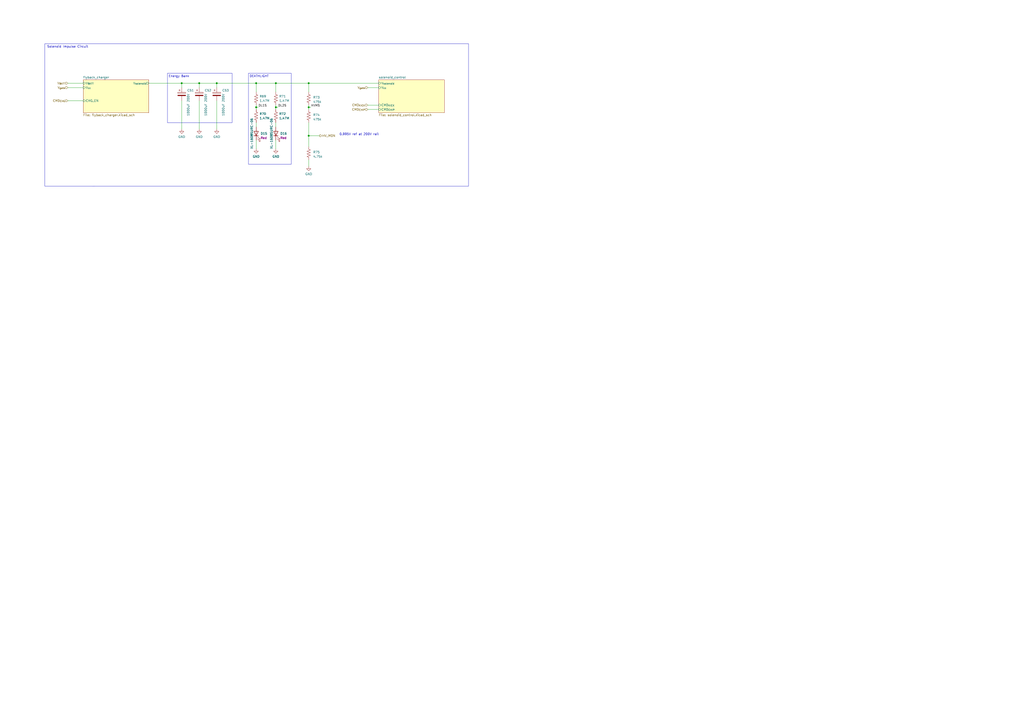
<source format=kicad_sch>
(kicad_sch (version 20230121) (generator eeschema)
  (paper "A2")
  (title_block (title "Kicker") (date "2024-06-10") (rev "3.1") (company "The A-Team (RC SSL)") (comment 1 "W. Stuckey"))
  (lib_symbols
    (symbol "Device:C_Polarized" (pin_numbers hide) (pin_names (offset 0.254))
      (property "Reference" "C" (at 0.635 2.54 0))
      (property "Value" "C_Polarized" (at 0.635 -2.54 0))
      (symbol "C_Polarized_0_1"
        (rectangle (start -2.286 0.508) (end 2.286 1.016))
        (polyline (pts (xy -1.778 2.286) (xy -0.762 2.286)))
        (polyline (pts (xy -1.27 2.794) (xy -1.27 1.778)))
        (rectangle (start 2.286 -0.508) (end -2.286 -1.016) (fill (type outline)))
      )
      (symbol "C_Polarized_1_1"
        (pin passive line (at 0 3.81 270) (length 2.794) (name "~") (number "1"))
        (pin passive line (at 0 -3.81 90) (length 2.794) (name "~") (number "2"))
      )
    )
    (symbol "Device:LED" (pin_numbers hide) (pin_names (offset 1.016) hide)
      (property "Reference" "D" (at 0 2.54 0))
      (property "Value" "LED" (at 0 -2.54 0))
      (symbol "LED_0_1"
        (polyline (pts (xy -1.27 -1.27) (xy -1.27 1.27)) (stroke (width 0.254)))
        (polyline (pts (xy -1.27 0) (xy 1.27 0)))
        (polyline (pts (xy 1.27 -1.27) (xy 1.27 1.27) (xy -1.27 0) (xy 1.27 -1.27)) (stroke (width 0.254)))
        (polyline (pts (xy -3.048 -0.762) (xy -4.572 -2.286) (xy -3.81 -2.286) (xy -4.572 -2.286) (xy -4.572 -1.524)))
        (polyline (pts (xy -1.778 -0.762) (xy -3.302 -2.286) (xy -2.54 -2.286) (xy -3.302 -2.286) (xy -3.302 -1.524)))
      )
      (symbol "LED_1_1"
        (pin passive line (at -3.81 0 0) (length 2.54) (name "K") (number "1"))
        (pin passive line (at 3.81 0 180) (length 2.54) (name "A") (number "2"))
      )
    )
    (symbol "Device:R_US" (pin_numbers hide) (pin_names (offset 0))
      (property "Reference" "R" (at 2.54 0 90))
      (property "Value" "R_US" (at -2.54 0 90))
      (symbol "R_US_0_1"
        (polyline (pts (xy 0 -2.286) (xy 0 -2.54)))
        (polyline (pts (xy 0 2.286) (xy 0 2.54)))
        (polyline (pts (xy 0 -0.762) (xy 1.016 -1.143) (xy 0 -1.524) (xy -1.016 -1.905) (xy 0 -2.286)))
        (polyline (pts (xy 0 0.762) (xy 1.016 0.381) (xy 0 0) (xy -1.016 -0.381) (xy 0 -0.762)))
        (polyline (pts (xy 0 2.286) (xy 1.016 1.905) (xy 0 1.524) (xy -1.016 1.143) (xy 0 0.762)))
      )
      (symbol "R_US_1_1"
        (pin passive line (at 0 3.81 270) (length 1.27) (name "~") (number "1"))
        (pin passive line (at 0 -3.81 90) (length 1.27) (name "~") (number "2"))
      )
    )
    (symbol "power:GND" (power) (pin_names (offset 0))
      (property "Value" "GND" (at 0 -3.81 0))
      (symbol "GND_0_1"
        (polyline (pts (xy 0 0) (xy 0 -1.27) (xy 1.27 -1.27) (xy 0 -2.54) (xy -1.27 -1.27) (xy 0 -1.27)))
      )
      (symbol "GND_1_1"
        (pin power_in line (at 0 0 270) (length 0) hide (name "GND") (number "1"))
      )
    )
  )
  (junction (at 179.07 78.74))
  (junction (at 105.41 48.26))
  (junction (at 148.59 48.26))
  (junction (at 125.73 48.26))
  (junction (at 160.02 48.26))
  (junction (at 160.02 62.23))
  (junction (at 148.59 62.23))
  (junction (at 179.07 48.26))
  (junction (at 179.07 62.23))
  (junction (at 115.57 48.26))
  (polyline (pts (xy 168.91 42.545) (xy 168.91 95.25)))
  (wire (pts (xy 179.07 78.74) (xy 185.42 78.74)))
  (wire (pts (xy 39.37 48.26) (xy 48.26 48.26)))
  (wire (pts (xy 148.59 62.23) (xy 149.86 62.23)))
  (wire (pts (xy 160.02 62.23) (xy 161.29 62.23)))
  (wire (pts (xy 105.41 48.26) (xy 105.41 50.8)))
  (wire (pts (xy 179.07 92.71) (xy 179.07 96.52)))
  (wire (pts (xy 160.02 71.12) (xy 160.02 73.66)))
  (wire (pts (xy 179.07 62.23) (xy 179.07 63.5)))
  (wire (pts (xy 39.37 50.8) (xy 48.26 50.8)))
  (wire (pts (xy 115.57 48.26) (xy 115.57 50.8)))
  (polyline (pts (xy 26.035 107.95) (xy 26.035 25.4)))
  (polyline (pts (xy 271.78 107.95) (xy 54.61 107.95)))
  (wire (pts (xy 213.36 50.8) (xy 219.71 50.8)))
  (wire (pts (xy 148.59 62.23) (xy 148.59 63.5)))
  (wire (pts (xy 105.41 58.42) (xy 105.41 74.93)))
  (wire (pts (xy 148.59 71.12) (xy 148.59 73.66)))
  (polyline (pts (xy 144.145 42.545) (xy 144.145 95.25)))
  (polyline (pts (xy 144.145 42.545) (xy 168.91 42.545)))
  (wire (pts (xy 148.59 60.96) (xy 148.59 62.23)))
  (wire (pts (xy 39.37 58.42) (xy 48.26 58.42)))
  (wire (pts (xy 179.07 71.12) (xy 179.07 78.74)))
  (polyline (pts (xy 168.91 95.25) (xy 144.145 95.25)))
  (wire (pts (xy 179.07 78.74) (xy 179.07 85.09)))
  (wire (pts (xy 148.59 53.34) (xy 148.59 48.26)))
  (wire (pts (xy 115.57 48.26) (xy 125.73 48.26)))
  (wire (pts (xy 179.07 62.23) (xy 180.34 62.23)))
  (wire (pts (xy 125.73 48.26) (xy 148.59 48.26)))
  (wire (pts (xy 213.36 63.5) (xy 219.71 63.5)))
  (polyline (pts (xy 97.155 42.545) (xy 134.62 42.545)))
  (polyline (pts (xy 97.155 42.545) (xy 97.155 71.12)))
  (wire (pts (xy 160.02 81.28) (xy 160.02 86.36)))
  (wire (pts (xy 160.02 60.96) (xy 160.02 62.23)))
  (polyline (pts (xy 53.975 107.95) (xy 26.035 107.95)))
  (polyline (pts (xy 97.155 71.12) (xy 134.62 71.12)))
  (wire (pts (xy 213.36 60.96) (xy 219.71 60.96)))
  (wire (pts (xy 115.57 58.42) (xy 115.57 74.93)))
  (wire (pts (xy 105.41 48.26) (xy 115.57 48.26)))
  (wire (pts (xy 125.73 48.26) (xy 125.73 50.8)))
  (wire (pts (xy 148.59 48.26) (xy 160.02 48.26)))
  (wire (pts (xy 160.02 62.23) (xy 160.02 63.5)))
  (polyline (pts (xy 134.62 71.12) (xy 134.62 42.545)))
  (wire (pts (xy 86.36 48.26) (xy 105.41 48.26)))
  (wire (pts (xy 148.59 81.28) (xy 148.59 86.36)))
  (wire (pts (xy 179.07 53.34) (xy 179.07 48.26)))
  (polyline (pts (xy 54.61 107.95) (xy 53.975 107.95)))
  (polyline (pts (xy 271.78 25.4) (xy 271.78 107.95)))
  (wire (pts (xy 125.73 58.42) (xy 125.73 74.93)))
  (wire (pts (xy 179.07 60.96) (xy 179.07 62.23)))
  (polyline (pts (xy 26.035 25.4) (xy 271.78 25.4)))
  (wire (pts (xy 160.02 48.26) (xy 179.07 48.26)))
  (wire (pts (xy 179.07 48.26) (xy 219.71 48.26)))
  (wire (pts (xy 160.02 53.34) (xy 160.02 48.26)))
  (text "0.995V ref at 200V rail" (at 196.85 78.74 0) (effects (font (size 1.27 1.27)) (justify left bottom)))
  (text "Solenoid Impulse Circuit" (at 27.305 27.94 0) (effects (font (size 1.27 1.27)) (justify left bottom)))
  (text "DEATHLIGHT" (at 144.78 45.085 0) (effects (font (size 1.27 1.27)) (justify left bottom)))
  (text "Energy Bank" (at 97.79 45.085 0) (effects (font (size 1.27 1.27)) (justify left bottom)))
  (label "DL2S" (at 161.29 62.23 0))
  (label "HVMS" (at 180.34 62.23 0))
  (label "DL1S" (at 149.86 62.23 0))
  (hierarchical_label "CMD_{CHG}" (shape input) (at 39.37 58.42 180))
  (hierarchical_label "V_{gate}" (shape input) (at 39.37 50.8 180))
  (hierarchical_label "CMD_{CHIP}" (shape input) (at 213.36 63.5 180))
  (hierarchical_label "CMD_{KICK}" (shape input) (at 213.36 60.96 180))
  (hierarchical_label "V_{BATT}" (shape input) (at 39.37 48.26 180))
  (hierarchical_label "HV_MON" (shape output) (at 185.42 78.74 0))
  (hierarchical_label "V_{gate}" (shape input) (at 213.36 50.8 180))
  (symbol (lib_id "Device:C_Polarized") (at 105.41 54.61 0) (unit 1)
    (property "Reference" "C51" (at 108.585 52.4509 0) (effects (justify left)))
    (property "Value" "1000uF 200V" (at 109.22 67.31 90) (effects (justify left)))
    (property "Footprint" "Capacitor_THT:CP_Radial_D25.0mm_P10.00mm_SnapIn" (effects hide))
    (instances (project "kicker" (path "" (reference "C51") (unit 1))) (project "kicker" (path "" (reference "C6") (unit 1))))
  )
  (symbol (lib_id "Device:R_US") (at 160.02 57.15 0) (unit 1)
    (property "Reference" "R71" (at 161.925 55.8799 0) (effects (justify left)))
    (property "Value" "1.47M" (at 161.925 58.4199 0) (effects (justify left)))
    (property "Footprint" "Resistor_SMD:R_0805_2012Metric" (effects hide))
    (instances (project "kicker" (path "" (reference "R71") (unit 1))) (project "kicker" (path "" (reference "R11") (unit 1))))
  )
  (symbol (lib_id "Device:R_US") (at 179.07 67.31 0) (unit 1)
    (property "Reference" "R74" (at 181.61 66.675 0) (effects (justify left)))
    (property "Value" "475k" (at 181.61 69.215 0) (effects (justify left)))
    (property "Footprint" "Resistor_SMD:R_0805_2012Metric" (effects hide))
    (instances (project "kicker" (path "" (reference "R74") (unit 1))) (project "kicker" (path "" (reference "R14") (unit 1))))
  )
  (symbol (lib_id "power:GND") (at 148.59 86.36 0) (unit 1)
    (property "Reference" "#PWR0112" (effects hide))
    (property "Value" "GND" (at 148.59 90.805 0))
    (instances (project "kicker" (path "" (reference "#PWR0112") (unit 1))) (project "kicker" (path "" (reference "#PWR034") (unit 1))))
  )
  (symbol (lib_id "Device:R_US") (at 179.07 88.9 0) (unit 1)
    (property "Reference" "R75" (at 181.61 88.265 0) (effects (justify left)))
    (property "Value" "4.75k" (at 181.61 90.805 0) (effects (justify left)))
    (property "Footprint" "Resistor_SMD:R_0402_1005Metric" (effects hide))
    (instances (project "kicker" (path "" (reference "R75") (unit 1))) (project "kicker" (path "" (reference "R15") (unit 1))))
  )
  (symbol (lib_id "Device:R_US") (at 148.59 67.31 0) (unit 1)
    (property "Reference" "R70" (at 150.495 66.0399 0) (effects (justify left)))
    (property "Value" "1.47M" (at 150.495 68.5799 0) (effects (justify left)))
    (property "Footprint" "Resistor_SMD:R_0805_2012Metric" (effects hide))
    (instances (project "kicker" (path "" (reference "R70") (unit 1))) (project "kicker" (path "" (reference "R10") (unit 1))))
  )
  (symbol (lib_id "Device:R_US") (at 179.07 57.15 0) (unit 1)
    (property "Reference" "R73" (at 181.61 56.515 0) (effects (justify left)))
    (property "Value" "475k" (at 181.61 59.055 0) (effects (justify left)))
    (property "Footprint" "Resistor_SMD:R_0805_2012Metric" (effects hide))
    (instances (project "kicker" (path "" (reference "R73") (unit 1))) (project "kicker" (path "" (reference "R13") (unit 1))))
  )
  (symbol (lib_id "power:GND") (at 105.41 74.93 0) (unit 1)
    (property "Reference" "#PWR0109" (effects hide))
    (property "Value" "GND" (at 105.41 79.375 0))
    (instances (project "kicker" (path "" (reference "#PWR0109") (unit 1))) (project "kicker" (path "" (reference "#PWR027") (unit 1))))
  )
  (symbol (lib_id "power:GND") (at 179.07 96.52 0) (unit 1)
    (property "Reference" "#PWR0114" (effects hide))
    (property "Value" "GND" (at 179.07 100.965 0))
    (instances (project "kicker" (path "" (reference "#PWR0114") (unit 1))) (project "kicker" (path "" (reference "#PWR037") (unit 1))))
  )
  (symbol (lib_id "power:GND") (at 115.57 74.93 0) (unit 1)
    (property "Reference" "#PWR0110" (effects hide))
    (property "Value" "GND" (at 115.57 79.375 0))
    (instances (project "kicker" (path "" (reference "#PWR0110") (unit 1))) (project "kicker" (path "" (reference "#PWR029") (unit 1))))
  )
  (symbol (lib_id "Device:R_US") (at 148.59 57.15 0) (unit 1)
    (property "Reference" "R69" (at 150.495 55.8799 0) (effects (justify left)))
    (property "Value" "1.47M" (at 150.495 58.4199 0) (effects (justify left)))
    (property "Footprint" "Resistor_SMD:R_0805_2012Metric" (effects hide))
    (instances (project "kicker" (path "" (reference "R69") (unit 1))) (project "kicker" (path "" (reference "R9") (unit 1))))
  )
  (symbol (lib_id "Device:C_Polarized") (at 125.73 54.61 0) (unit 1)
    (property "Reference" "C53" (at 128.905 52.4509 0) (effects (justify left)))
    (property "Value" "1000uF 200V" (at 129.54 67.31 90) (effects (justify left)))
    (property "Footprint" "Capacitor_THT:CP_Radial_D25.0mm_P10.00mm_SnapIn" (effects hide))
    (instances (project "kicker" (path "" (reference "C53") (unit 1))) (project "kicker" (path "" (reference "C9") (unit 1))))
  )
  (symbol (lib_id "power:GND") (at 125.73 74.93 0) (unit 1)
    (property "Reference" "#PWR0111" (effects hide))
    (property "Value" "GND" (at 125.73 79.375 0))
    (instances (project "kicker" (path "" (reference "#PWR0111") (unit 1))) (project "kicker" (path "" (reference "#PWR031") (unit 1))))
  )
  (symbol (lib_id "power:GND") (at 160.02 86.36 0) (unit 1)
    (property "Reference" "#PWR0113" (effects hide))
    (property "Value" "GND" (at 160.02 90.805 0))
    (instances (project "kicker" (path "" (reference "#PWR0113") (unit 1))) (project "kicker" (path "" (reference "#PWR036") (unit 1))))
  )
  (symbol (lib_id "Device:R_US") (at 160.02 67.31 0) (unit 1)
    (property "Reference" "R72" (at 161.925 66.0399 0) (effects (justify left)))
    (property "Value" "1.47M" (at 161.925 68.5799 0) (effects (justify left)))
    (property "Footprint" "Resistor_SMD:R_0805_2012Metric" (effects hide))
    (instances (project "kicker" (path "" (reference "R72") (unit 1))) (project "kicker" (path "" (reference "R12") (unit 1))))
  )
  (symbol (lib_id "Device:LED") (at 160.02 77.47 90) (unit 1)
    (property "Reference" "D16" (at 162.56 77.47 90) (effects (justify right)))
    (property "Value" "XL-1608SURC-06" (at 157.48 77.47 0))
    (property "Footprint" "AT-LED:LED0603" (effects hide))
    (property "Value2" "Red" (at 162.56 80.01 90) (effects (justify right)))
    (instances (project "kicker" (path "" (reference "D16") (unit 1))) (project "kicker" (path "" (reference "D8") (unit 1))))
  )
  (symbol (lib_id "Device:C_Polarized") (at 115.57 54.61 0) (unit 1)
    (property "Reference" "C52" (at 118.745 52.4509 0) (effects (justify left)))
    (property "Value" "1000uF 200V" (at 119.38 67.31 90) (effects (justify left)))
    (property "Footprint" "Capacitor_THT:CP_Radial_D25.0mm_P10.00mm_SnapIn" (effects hide))
    (instances (project "kicker" (path "" (reference "C52") (unit 1))) (project "kicker" (path "" (reference "C7") (unit 1))))
  )
  (symbol (lib_id "Device:LED") (at 148.59 77.47 90) (unit 1)
    (property "Reference" "D15" (at 151.13 77.47 90) (effects (justify right)))
    (property "Value" "XL-1608SURC-06" (at 146.05 77.47 0))
    (property "Footprint" "AT-LED:LED0603" (effects hide))
    (property "Value2" "Red" (at 151.13 80.01 90) (effects (justify right)))
    (instances (project "kicker" (path "" (reference "D15") (unit 1))) (project "kicker" (path "" (reference "D8") (unit 1))))
  )
  (sheet (at 48.26 46.355) (size 38.1 19.05) (stroke (width 0.1524)) (fill (color 255 255 194 1.0000))
    (property "Sheetname" "flyback_charger" (at 48.26 45.6434 0) (effects (justify left bottom)))
    (property "Sheetfile" "flyback_charger.kicad_sch" (at 48.26 65.9896 0) (effects (justify left top)))
    (pin "CHG_EN" input (at 48.26 58.42 180))
    (pin "V_{BATT}" input (at 48.26 48.26 180))
    (pin "V_{cc}" input (at 48.26 50.8 180))
    (pin "V_{solenoid}" output (at 86.36 48.26 0))
  )
  (sheet (at 219.71 46.355) (size 38.1 19.05) (stroke (width 0.1524)) (fill (color 255 255 194 1.0000))
    (property "Sheetname" "solenoid_control" (at 219.71 45.6434 0) (effects (justify left bottom)))
    (property "Sheetfile" "solenoid_control.kicad_sch" (at 219.71 65.9896 0) (effects (justify left top)))
    (pin "V_{cc}" input (at 219.71 50.8 180))
    (pin "CMD_{CHIP}" input (at 219.71 63.5 180))
    (pin "V_{solenoid}" input (at 219.71 48.26 180))
    (pin "CMD_{KICK}" input (at 219.71 60.96 180))
  )
)
</source>
